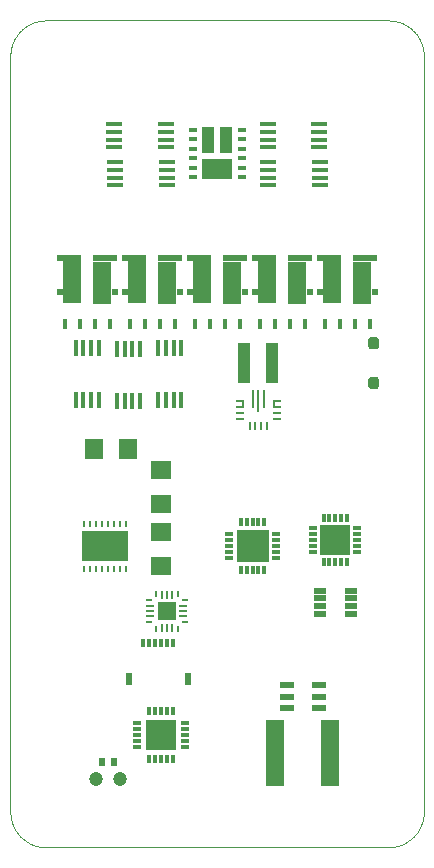
<source format=gbr>
G04 EAGLE Gerber RS-274X export*
G75*
%MOMM*%
%FSLAX35Y35*%
%LPD*%
%INsolder_paste_top*%
%IPPOS*%
%AMOC8*
5,1,8,0,0,1.08239X$1,22.5*%
G01*
%ADD10C,0.010000*%
%ADD11R,2.500000X2.500000*%
%ADD12R,0.750000X0.300000*%
%ADD13R,0.300000X0.750000*%
%ADD14R,0.600000X0.700000*%
%ADD15R,1.500000X1.500000*%
%ADD16R,0.800000X0.250000*%
%ADD17R,0.250000X0.800000*%
%ADD18R,0.250000X0.550000*%
%ADD19R,0.550000X0.250000*%
%ADD20R,0.300000X0.700000*%
%ADD21R,0.600000X1.000000*%
%ADD22C,1.200000*%
%ADD23R,0.300000X0.800000*%
%ADD24R,0.800000X0.300000*%
%ADD25R,1.600000X5.700000*%
%ADD26R,0.250000X0.600000*%
%ADD27R,4.000000X2.600000*%
%ADD28R,1.600000X1.803000*%
%ADD29R,1.803000X1.600000*%
%ADD30R,1.450000X0.450000*%
%ADD31R,1.000000X0.480000*%
%ADD32R,0.250000X1.900000*%
%ADD33R,0.250000X1.550000*%
%ADD34R,1.000000X3.400000*%
%ADD35R,2.800000X2.800000*%
%ADD36R,0.410000X0.820000*%
%ADD37R,0.610000X0.595000*%
%ADD38R,1.500000X3.630000*%
%ADD39R,2.000000X0.510000*%
%ADD40R,0.650000X0.400000*%
%ADD41R,2.500000X1.780000*%
%ADD42R,1.000000X2.230000*%
%ADD43R,0.450000X1.450000*%
%ADD44R,1.200000X0.600000*%

G36*
X3099443Y4216771D02*
X3099443Y4216771D01*
X3099511Y4216823D01*
X3099557Y4216785D01*
X3102917Y4217595D01*
X3102955Y4217640D01*
X3102991Y4217618D01*
X3106181Y4218938D01*
X3106211Y4218990D01*
X3106251Y4218974D01*
X3109191Y4220774D01*
X3109213Y4220829D01*
X3109254Y4220820D01*
X3111884Y4223060D01*
X3111897Y4223119D01*
X3111940Y4223116D01*
X3114180Y4225746D01*
X3114184Y4225805D01*
X3114226Y4225809D01*
X3116026Y4228749D01*
X3116020Y4228808D01*
X3116062Y4228819D01*
X3117382Y4232009D01*
X3117367Y4232066D01*
X3117405Y4232083D01*
X3118215Y4235443D01*
X3118192Y4235498D01*
X3118228Y4235521D01*
X3118498Y4238961D01*
X3118482Y4238987D01*
X3118499Y4239000D01*
X3118499Y4297000D01*
X3118481Y4297024D01*
X3118498Y4297039D01*
X3118228Y4300479D01*
X3118188Y4300524D01*
X3118215Y4300557D01*
X3117405Y4303917D01*
X3117360Y4303955D01*
X3117382Y4303991D01*
X3116062Y4307181D01*
X3116010Y4307211D01*
X3116026Y4307251D01*
X3114226Y4310191D01*
X3114171Y4310213D01*
X3114180Y4310254D01*
X3111940Y4312884D01*
X3111881Y4312897D01*
X3111884Y4312940D01*
X3109254Y4315180D01*
X3109195Y4315184D01*
X3109191Y4315226D01*
X3106251Y4317026D01*
X3106192Y4317020D01*
X3106181Y4317062D01*
X3102991Y4318382D01*
X3102934Y4318367D01*
X3102917Y4318405D01*
X3099557Y4319215D01*
X3099502Y4319192D01*
X3099479Y4319228D01*
X3096039Y4319498D01*
X3096012Y4319480D01*
X3095997Y4319499D01*
X3050557Y4319229D01*
X3050489Y4319178D01*
X3050443Y4319215D01*
X3047083Y4318405D01*
X3047045Y4318360D01*
X3047009Y4318382D01*
X3043819Y4317062D01*
X3043789Y4317010D01*
X3043749Y4317026D01*
X3040809Y4315226D01*
X3040788Y4315171D01*
X3040746Y4315180D01*
X3038116Y4312940D01*
X3038103Y4312881D01*
X3038060Y4312884D01*
X3035820Y4310254D01*
X3035816Y4310195D01*
X3035774Y4310191D01*
X3033974Y4307251D01*
X3033980Y4307192D01*
X3033938Y4307181D01*
X3032618Y4303991D01*
X3032633Y4303934D01*
X3032595Y4303917D01*
X3031785Y4300557D01*
X3031793Y4300539D01*
X3031787Y4300535D01*
X3031804Y4300512D01*
X3031808Y4300502D01*
X3031772Y4300479D01*
X3031502Y4297039D01*
X3031518Y4297013D01*
X3031501Y4297000D01*
X3031501Y4239000D01*
X3031519Y4238976D01*
X3031502Y4238961D01*
X3031772Y4235521D01*
X3031812Y4235476D01*
X3031785Y4235443D01*
X3032595Y4232083D01*
X3032640Y4232045D01*
X3032618Y4232009D01*
X3033938Y4228819D01*
X3033990Y4228789D01*
X3033974Y4228749D01*
X3035774Y4225809D01*
X3035829Y4225788D01*
X3035820Y4225746D01*
X3038060Y4223116D01*
X3038119Y4223103D01*
X3038116Y4223060D01*
X3040746Y4220820D01*
X3040805Y4220816D01*
X3040809Y4220774D01*
X3043749Y4218974D01*
X3043808Y4218980D01*
X3043819Y4218938D01*
X3047009Y4217618D01*
X3047066Y4217633D01*
X3047083Y4217595D01*
X3050443Y4216785D01*
X3050498Y4216808D01*
X3050521Y4216772D01*
X3053961Y4216502D01*
X3053988Y4216520D01*
X3054003Y4216501D01*
X3099443Y4216771D01*
G37*
G36*
X3099443Y3880771D02*
X3099443Y3880771D01*
X3099511Y3880823D01*
X3099557Y3880785D01*
X3102917Y3881595D01*
X3102955Y3881640D01*
X3102991Y3881618D01*
X3106181Y3882938D01*
X3106211Y3882990D01*
X3106251Y3882974D01*
X3109191Y3884774D01*
X3109213Y3884829D01*
X3109254Y3884820D01*
X3111884Y3887060D01*
X3111897Y3887119D01*
X3111940Y3887116D01*
X3114180Y3889746D01*
X3114184Y3889805D01*
X3114226Y3889809D01*
X3116026Y3892749D01*
X3116020Y3892808D01*
X3116062Y3892819D01*
X3117382Y3896009D01*
X3117367Y3896066D01*
X3117405Y3896083D01*
X3118215Y3899443D01*
X3118192Y3899498D01*
X3118228Y3899521D01*
X3118498Y3902961D01*
X3118482Y3902987D01*
X3118499Y3903000D01*
X3118499Y3961000D01*
X3118481Y3961024D01*
X3118498Y3961039D01*
X3118228Y3964479D01*
X3118188Y3964524D01*
X3118215Y3964557D01*
X3117405Y3967917D01*
X3117360Y3967955D01*
X3117382Y3967991D01*
X3116062Y3971181D01*
X3116010Y3971211D01*
X3116026Y3971251D01*
X3114226Y3974191D01*
X3114171Y3974213D01*
X3114180Y3974254D01*
X3111940Y3976884D01*
X3111881Y3976897D01*
X3111884Y3976940D01*
X3109254Y3979180D01*
X3109195Y3979184D01*
X3109191Y3979226D01*
X3106251Y3981026D01*
X3106192Y3981020D01*
X3106181Y3981062D01*
X3102991Y3982382D01*
X3102934Y3982367D01*
X3102917Y3982405D01*
X3099557Y3983215D01*
X3099502Y3983192D01*
X3099479Y3983228D01*
X3096039Y3983498D01*
X3096012Y3983480D01*
X3095997Y3983499D01*
X3050557Y3983229D01*
X3050489Y3983178D01*
X3050443Y3983215D01*
X3047083Y3982405D01*
X3047045Y3982360D01*
X3047009Y3982382D01*
X3043819Y3981062D01*
X3043789Y3981010D01*
X3043749Y3981026D01*
X3040809Y3979226D01*
X3040788Y3979171D01*
X3040746Y3979180D01*
X3038116Y3976940D01*
X3038103Y3976881D01*
X3038060Y3976884D01*
X3035820Y3974254D01*
X3035816Y3974195D01*
X3035774Y3974191D01*
X3033974Y3971251D01*
X3033980Y3971192D01*
X3033938Y3971181D01*
X3032618Y3967991D01*
X3032633Y3967934D01*
X3032595Y3967917D01*
X3031785Y3964557D01*
X3031793Y3964539D01*
X3031787Y3964535D01*
X3031804Y3964512D01*
X3031808Y3964502D01*
X3031772Y3964479D01*
X3031502Y3961039D01*
X3031518Y3961013D01*
X3031501Y3961000D01*
X3031501Y3903000D01*
X3031519Y3902976D01*
X3031502Y3902961D01*
X3031772Y3899521D01*
X3031812Y3899476D01*
X3031785Y3899443D01*
X3032595Y3896083D01*
X3032640Y3896045D01*
X3032618Y3896009D01*
X3033938Y3892819D01*
X3033990Y3892789D01*
X3033974Y3892749D01*
X3035774Y3889809D01*
X3035829Y3889788D01*
X3035820Y3889746D01*
X3038060Y3887116D01*
X3038119Y3887103D01*
X3038116Y3887060D01*
X3040746Y3884820D01*
X3040805Y3884816D01*
X3040809Y3884774D01*
X3043749Y3882974D01*
X3043808Y3882980D01*
X3043819Y3882938D01*
X3047009Y3881618D01*
X3047066Y3881633D01*
X3047083Y3881595D01*
X3050443Y3880785D01*
X3050498Y3880808D01*
X3050521Y3880772D01*
X3053961Y3880502D01*
X3053988Y3880520D01*
X3054003Y3880501D01*
X3099443Y3880771D01*
G37*
D10*
X3500000Y6700000D02*
X3500000Y300000D01*
X3499912Y292751D01*
X3499650Y285506D01*
X3499212Y278270D01*
X3498599Y271046D01*
X3497813Y263839D01*
X3496852Y256653D01*
X3495718Y249493D01*
X3494411Y242362D01*
X3492932Y235265D01*
X3491283Y228205D01*
X3489463Y221188D01*
X3487474Y214216D01*
X3485317Y207295D01*
X3482994Y200428D01*
X3480505Y193619D01*
X3477852Y186872D01*
X3475038Y180191D01*
X3472062Y173580D01*
X3468928Y167043D01*
X3465637Y160583D01*
X3462190Y154205D01*
X3458591Y147912D01*
X3454840Y141708D01*
X3450941Y135596D01*
X3446895Y129581D01*
X3442705Y123664D01*
X3438373Y117851D01*
X3433902Y112144D01*
X3429295Y106547D01*
X3424553Y101063D01*
X3419681Y95695D01*
X3414680Y90447D01*
X3409553Y85320D01*
X3404305Y80319D01*
X3398937Y75447D01*
X3393453Y70705D01*
X3387856Y66098D01*
X3382149Y61627D01*
X3376336Y57295D01*
X3370419Y53105D01*
X3364404Y49059D01*
X3358292Y45160D01*
X3352088Y41409D01*
X3345795Y37810D01*
X3339417Y34363D01*
X3332957Y31072D01*
X3326420Y27938D01*
X3319809Y24962D01*
X3313128Y22148D01*
X3306381Y19495D01*
X3299572Y17006D01*
X3292705Y14683D01*
X3285784Y12526D01*
X3278812Y10537D01*
X3271795Y8717D01*
X3264735Y7068D01*
X3257638Y5589D01*
X3250507Y4282D01*
X3243347Y3148D01*
X3236161Y2187D01*
X3228954Y1401D01*
X3221730Y788D01*
X3214494Y350D01*
X3207249Y88D01*
X3200000Y0D01*
X300000Y0D01*
X292751Y88D01*
X285506Y350D01*
X278270Y788D01*
X271046Y1401D01*
X263839Y2187D01*
X256653Y3148D01*
X249493Y4282D01*
X242362Y5589D01*
X235265Y7068D01*
X228205Y8717D01*
X221188Y10537D01*
X214216Y12526D01*
X207295Y14683D01*
X200428Y17006D01*
X193619Y19495D01*
X186872Y22148D01*
X180191Y24962D01*
X173580Y27938D01*
X167043Y31072D01*
X160583Y34363D01*
X154205Y37810D01*
X147912Y41409D01*
X141708Y45160D01*
X135596Y49059D01*
X129581Y53105D01*
X123664Y57295D01*
X117851Y61627D01*
X112144Y66098D01*
X106547Y70705D01*
X101063Y75447D01*
X95695Y80319D01*
X90447Y85320D01*
X85320Y90447D01*
X80319Y95695D01*
X75447Y101063D01*
X70705Y106547D01*
X66098Y112144D01*
X61627Y117851D01*
X57295Y123664D01*
X53105Y129581D01*
X49059Y135596D01*
X45160Y141708D01*
X41409Y147912D01*
X37810Y154205D01*
X34363Y160583D01*
X31072Y167043D01*
X27938Y173580D01*
X24962Y180191D01*
X22148Y186872D01*
X19495Y193619D01*
X17006Y200428D01*
X14683Y207295D01*
X12526Y214216D01*
X10537Y221188D01*
X8717Y228205D01*
X7068Y235265D01*
X5589Y242362D01*
X4282Y249493D01*
X3148Y256653D01*
X2187Y263839D01*
X1401Y271046D01*
X788Y278270D01*
X350Y285506D01*
X88Y292751D01*
X0Y300000D01*
X0Y6700000D01*
X88Y6707249D01*
X350Y6714494D01*
X788Y6721730D01*
X1401Y6728954D01*
X2187Y6736161D01*
X3148Y6743347D01*
X4282Y6750507D01*
X5589Y6757638D01*
X7068Y6764735D01*
X8717Y6771795D01*
X10537Y6778812D01*
X12526Y6785784D01*
X14683Y6792705D01*
X17006Y6799572D01*
X19495Y6806381D01*
X22148Y6813128D01*
X24962Y6819809D01*
X27938Y6826420D01*
X31072Y6832957D01*
X34363Y6839417D01*
X37810Y6845795D01*
X41409Y6852088D01*
X45160Y6858292D01*
X49059Y6864404D01*
X53105Y6870419D01*
X57295Y6876336D01*
X61627Y6882149D01*
X66098Y6887856D01*
X70705Y6893453D01*
X75447Y6898937D01*
X80319Y6904305D01*
X85320Y6909553D01*
X90447Y6914680D01*
X95695Y6919681D01*
X101063Y6924553D01*
X106547Y6929295D01*
X112144Y6933902D01*
X117851Y6938373D01*
X123664Y6942705D01*
X129581Y6946895D01*
X135596Y6950941D01*
X141708Y6954840D01*
X147912Y6958591D01*
X154205Y6962190D01*
X160583Y6965637D01*
X167043Y6968928D01*
X173580Y6972062D01*
X180191Y6975038D01*
X186872Y6977852D01*
X193619Y6980505D01*
X200428Y6982994D01*
X207295Y6985317D01*
X214216Y6987474D01*
X221188Y6989463D01*
X228205Y6991283D01*
X235265Y6992932D01*
X242362Y6994411D01*
X249493Y6995718D01*
X256653Y6996852D01*
X263839Y6997813D01*
X271046Y6998599D01*
X278270Y6999212D01*
X285506Y6999650D01*
X292751Y6999912D01*
X300000Y7000000D01*
X3200000Y7000000D01*
X3207249Y6999912D01*
X3214494Y6999650D01*
X3221730Y6999212D01*
X3228954Y6998599D01*
X3236161Y6997813D01*
X3243347Y6996852D01*
X3250507Y6995718D01*
X3257638Y6994411D01*
X3264735Y6992932D01*
X3271795Y6991283D01*
X3278812Y6989463D01*
X3285784Y6987474D01*
X3292705Y6985317D01*
X3299572Y6982994D01*
X3306381Y6980505D01*
X3313128Y6977852D01*
X3319809Y6975038D01*
X3326420Y6972062D01*
X3332957Y6968928D01*
X3339417Y6965637D01*
X3345795Y6962190D01*
X3352088Y6958591D01*
X3358292Y6954840D01*
X3364404Y6950941D01*
X3370419Y6946895D01*
X3376336Y6942705D01*
X3382149Y6938373D01*
X3387856Y6933902D01*
X3393453Y6929295D01*
X3398937Y6924553D01*
X3404305Y6919681D01*
X3409553Y6914680D01*
X3414680Y6909553D01*
X3419681Y6904305D01*
X3424553Y6898937D01*
X3429295Y6893453D01*
X3433902Y6887856D01*
X3438373Y6882149D01*
X3442705Y6876336D01*
X3446895Y6870419D01*
X3450941Y6864404D01*
X3454840Y6858292D01*
X3458591Y6852088D01*
X3462190Y6845795D01*
X3465637Y6839417D01*
X3468928Y6832957D01*
X3472062Y6826420D01*
X3475038Y6819809D01*
X3477852Y6813128D01*
X3480505Y6806381D01*
X3482994Y6799572D01*
X3485317Y6792705D01*
X3487474Y6785784D01*
X3489463Y6778812D01*
X3491283Y6771795D01*
X3492932Y6764735D01*
X3494411Y6757638D01*
X3495718Y6750507D01*
X3496852Y6743347D01*
X3497813Y6736161D01*
X3498599Y6728954D01*
X3499212Y6721730D01*
X3499650Y6714494D01*
X3499912Y6707249D01*
X3500000Y6700000D01*
D11*
X1275000Y950000D03*
D12*
X1075000Y850000D03*
X1075000Y900000D03*
X1075000Y950000D03*
X1075000Y1000000D03*
X1075000Y1050000D03*
X1475000Y1050000D03*
X1475000Y1000000D03*
X1475000Y950000D03*
X1475000Y900000D03*
X1475000Y850000D03*
D13*
X1375000Y1150000D03*
X1325000Y1150000D03*
X1275000Y1150000D03*
X1225000Y1150000D03*
X1175000Y1150000D03*
X1175000Y750000D03*
X1225000Y750000D03*
X1275000Y750000D03*
X1325000Y750000D03*
X1375000Y750000D03*
D14*
X775000Y725000D03*
X875000Y725000D03*
D15*
X1325000Y2000000D03*
D16*
X1185000Y1955000D03*
X1185000Y2000000D03*
X1185000Y2045000D03*
X1465000Y1955000D03*
X1465000Y2000000D03*
X1465000Y2045000D03*
D17*
X1370000Y2135000D03*
X1325000Y2135000D03*
X1280000Y2135000D03*
X1370000Y1860000D03*
X1325000Y1860000D03*
X1280000Y1860000D03*
D18*
X1415000Y1848000D03*
D19*
X1477000Y1910000D03*
X1173000Y1910000D03*
D18*
X1235000Y1848000D03*
D19*
X1173000Y2090000D03*
X1477000Y2090000D03*
D18*
X1415000Y2148000D03*
X1235000Y2148000D03*
D20*
X1275000Y1727000D03*
X1225000Y1727000D03*
X1175000Y1727000D03*
X1325000Y1727000D03*
X1375000Y1727000D03*
X1125000Y1727000D03*
D21*
X1000000Y1427000D03*
X1500000Y1427000D03*
D22*
X725000Y575000D03*
X925000Y575000D03*
D23*
X2849060Y2787960D03*
X2800800Y2787960D03*
X2750000Y2787960D03*
X2699200Y2787960D03*
X2650940Y2787960D03*
D24*
X2562040Y2699060D03*
X2562040Y2650800D03*
X2562040Y2600000D03*
X2562040Y2549200D03*
X2562040Y2500940D03*
D23*
X2650940Y2412040D03*
X2699200Y2412040D03*
X2750000Y2412040D03*
X2800800Y2412040D03*
X2849060Y2412040D03*
D24*
X2937960Y2500940D03*
X2937960Y2549200D03*
X2937960Y2600000D03*
X2937960Y2650800D03*
X2937960Y2699060D03*
D11*
X2750000Y2600000D03*
D25*
X2710000Y800000D03*
X2240000Y800000D03*
D26*
X975000Y2360000D03*
X925000Y2360000D03*
X875000Y2360000D03*
X825000Y2360000D03*
X775000Y2360000D03*
X725000Y2360000D03*
X675000Y2360000D03*
X625000Y2360000D03*
X975000Y2740000D03*
X925000Y2740000D03*
X875000Y2740000D03*
X825000Y2740000D03*
X775000Y2740000D03*
X725000Y2740000D03*
X675000Y2740000D03*
X625000Y2740000D03*
D27*
X800000Y2550000D03*
D28*
X992200Y3375000D03*
X707800Y3375000D03*
D29*
X1275000Y3192200D03*
X1275000Y2907800D03*
X1275000Y2667200D03*
X1275000Y2382800D03*
D30*
X2623000Y5603000D03*
X2623000Y5668000D03*
X2623000Y5733000D03*
X2623000Y5798000D03*
X2183000Y5603000D03*
X2183000Y5668000D03*
X2183000Y5733000D03*
X2183000Y5798000D03*
X2177000Y6122000D03*
X2177000Y6057000D03*
X2177000Y5992000D03*
X2177000Y5927000D03*
X2617000Y6122000D03*
X2617000Y6057000D03*
X2617000Y5992000D03*
X2617000Y5927000D03*
X877000Y6122000D03*
X877000Y6057000D03*
X877000Y5992000D03*
X877000Y5927000D03*
X1317000Y6122000D03*
X1317000Y6057000D03*
X1317000Y5992000D03*
X1317000Y5927000D03*
X1323000Y5603000D03*
X1323000Y5668000D03*
X1323000Y5733000D03*
X1323000Y5798000D03*
X883000Y5603000D03*
X883000Y5668000D03*
X883000Y5733000D03*
X883000Y5798000D03*
D31*
X2620000Y2172000D03*
X2620000Y2107000D03*
X2620000Y2042000D03*
X2620000Y1977000D03*
X2880000Y2173000D03*
X2880000Y2108000D03*
X2880000Y2043000D03*
X2880000Y1978000D03*
D17*
X2125000Y3565000D03*
X2175000Y3565000D03*
X2025000Y3565000D03*
X2075000Y3565000D03*
D16*
X1940000Y3625000D03*
X1940000Y3675000D03*
X1940000Y3725000D03*
X1940000Y3775000D03*
X2260000Y3625000D03*
X2260000Y3675000D03*
X2260000Y3725000D03*
X2260000Y3775000D03*
D32*
X2100000Y3781500D03*
D33*
X2050000Y3799000D03*
D26*
X1967500Y3750000D03*
D33*
X2150000Y3799000D03*
D26*
X2232500Y3750500D03*
D34*
X1981500Y4100000D03*
X2218500Y4100000D03*
D24*
X2250000Y2450000D03*
X2250000Y2500000D03*
X2250000Y2550000D03*
X2250000Y2600000D03*
X2250000Y2650000D03*
D23*
X2150000Y2750000D03*
X2100000Y2750000D03*
X2050000Y2750000D03*
X2000000Y2750000D03*
X1950000Y2750000D03*
D24*
X1850000Y2650000D03*
X1850000Y2600000D03*
X1850000Y2550000D03*
X1850000Y2500000D03*
X1850000Y2450000D03*
D23*
X1950000Y2350000D03*
X2000000Y2350000D03*
X2050000Y2350000D03*
X2100000Y2350000D03*
X2150000Y2350000D03*
D35*
X2050000Y2550000D03*
D36*
X2110200Y4430000D03*
X2237200Y4430000D03*
X2364200Y4430000D03*
X2491200Y4430000D03*
D37*
X2067900Y4701600D03*
X2533500Y4701600D03*
D38*
X2427700Y4781200D03*
X2173700Y4782200D03*
D39*
X2452700Y4988400D03*
X2148700Y4988800D03*
D36*
X2660200Y4430000D03*
X2787200Y4430000D03*
X2914200Y4430000D03*
X3041200Y4430000D03*
D37*
X2617900Y4701600D03*
X3083500Y4701600D03*
D38*
X2977700Y4781200D03*
X2723700Y4782200D03*
D39*
X3002700Y4988400D03*
X2698700Y4988800D03*
D36*
X1560200Y4430000D03*
X1687200Y4430000D03*
X1814200Y4430000D03*
X1941200Y4430000D03*
D37*
X1517900Y4701600D03*
X1983500Y4701600D03*
D38*
X1877700Y4781200D03*
X1623700Y4782200D03*
D39*
X1902700Y4988400D03*
X1598700Y4988800D03*
D40*
X1957500Y5675000D03*
X1957500Y5755000D03*
X1957500Y5835000D03*
X1957500Y5915000D03*
X1957500Y5995000D03*
X1957500Y6075000D03*
X1542500Y6075000D03*
X1542500Y5995000D03*
X1542500Y5915000D03*
X1542500Y5835000D03*
X1542500Y5755000D03*
X1542500Y5675000D03*
D41*
X1750000Y5742000D03*
D42*
X1675000Y5988500D03*
X1825000Y5988500D03*
D36*
X1010200Y4430000D03*
X1137200Y4430000D03*
X1264200Y4430000D03*
X1391200Y4430000D03*
D37*
X967900Y4701600D03*
X1433500Y4701600D03*
D38*
X1327700Y4781200D03*
X1073700Y4782200D03*
D39*
X1352700Y4988400D03*
X1048700Y4988800D03*
D43*
X903000Y3777000D03*
X968000Y3777000D03*
X1033000Y3777000D03*
X1098000Y3777000D03*
X903000Y4217000D03*
X968000Y4217000D03*
X1033000Y4217000D03*
X1098000Y4217000D03*
X1447000Y4223000D03*
X1382000Y4223000D03*
X1317000Y4223000D03*
X1252000Y4223000D03*
X1447000Y3783000D03*
X1382000Y3783000D03*
X1317000Y3783000D03*
X1252000Y3783000D03*
D36*
X460200Y4430000D03*
X587200Y4430000D03*
X714200Y4430000D03*
X841200Y4430000D03*
D37*
X417900Y4701600D03*
X883500Y4701600D03*
D38*
X777700Y4781200D03*
X523700Y4782200D03*
D39*
X802700Y4988400D03*
X498700Y4988800D03*
D43*
X747000Y4223000D03*
X682000Y4223000D03*
X617000Y4223000D03*
X552000Y4223000D03*
X747000Y3783000D03*
X682000Y3783000D03*
X617000Y3783000D03*
X552000Y3783000D03*
D44*
X2610000Y1180000D03*
X2610000Y1275000D03*
X2610000Y1370000D03*
X2345000Y1180000D03*
X2345000Y1275000D03*
X2345000Y1370000D03*
M02*

</source>
